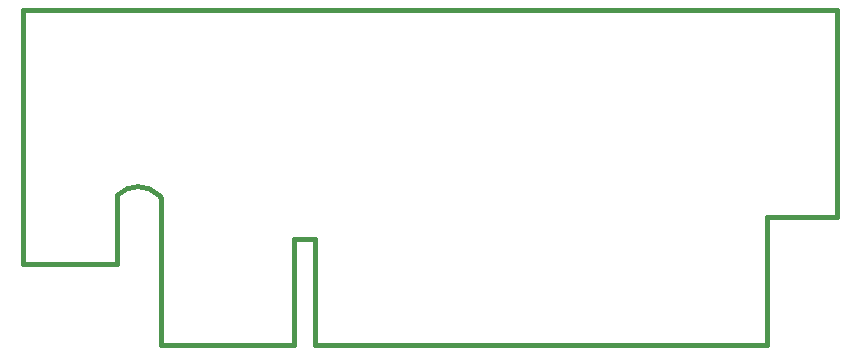
<source format=gbr>
G04 (created by PCBNEW (2013-07-07 BZR 4022)-stable) date 03/11/2015 04:39:32 PM*
%MOIN*%
G04 Gerber Fmt 3.4, Leading zero omitted, Abs format*
%FSLAX34Y34*%
G01*
G70*
G90*
G04 APERTURE LIST*
%ADD10C,0.00590551*%
%ADD11C,0.015*%
G04 APERTURE END LIST*
G54D10*
G54D11*
X68503Y-69164D02*
X68405Y-69065D01*
X68503Y-69181D02*
X68503Y-74074D01*
X72933Y-70531D02*
X72933Y-74074D01*
X63877Y-62915D02*
X63877Y-71358D01*
X67018Y-69090D02*
X67018Y-71358D01*
X66997Y-71358D02*
X63877Y-71358D01*
X88680Y-69783D02*
X91010Y-69783D01*
X91009Y-62915D02*
X63877Y-62915D01*
X91010Y-69780D02*
X91010Y-62916D01*
X88681Y-69783D02*
X88681Y-69881D01*
X72933Y-74074D02*
X68503Y-74074D01*
X73622Y-70531D02*
X72933Y-70531D01*
X73622Y-74074D02*
X73622Y-70531D01*
X88681Y-74074D02*
X73622Y-74074D01*
X88681Y-69783D02*
X88681Y-74074D01*
X68423Y-69084D02*
G75*
G03X67033Y-69071I-700J-676D01*
G74*
G01*
M02*

</source>
